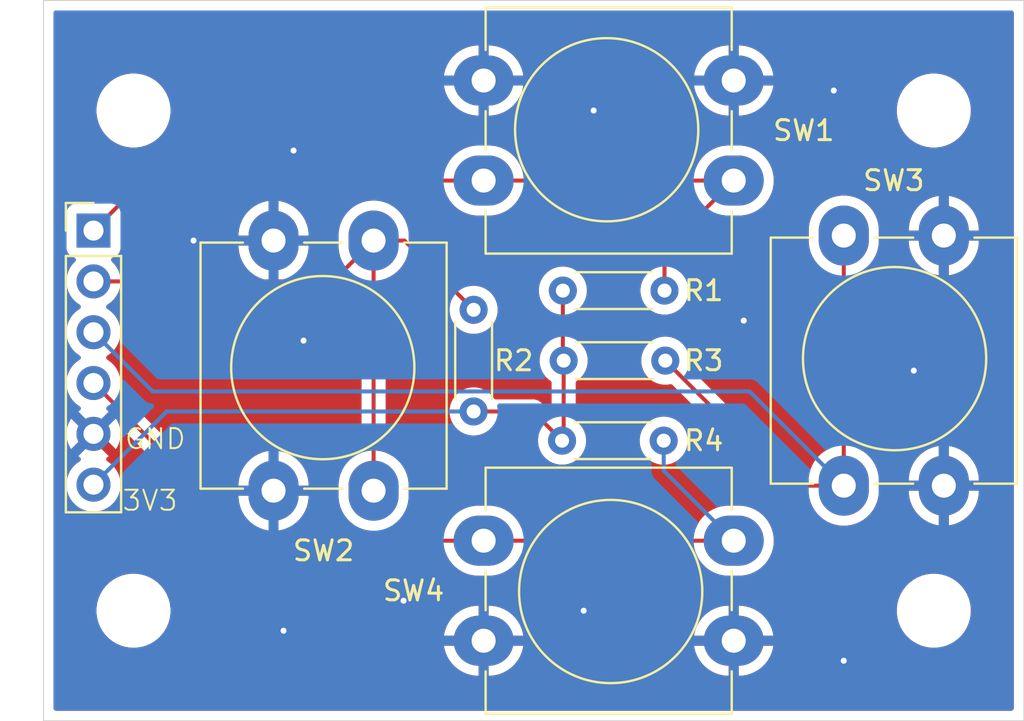
<source format=kicad_pcb>
(kicad_pcb (version 20241229) (generator "pcbnew") (generator_version "9.0")
  (layers (0 "F.Cu" signal) (2 "B.Cu" signal) (13 "F.Paste" user) (15 "B.Paste" user) (5 "F.SilkS" user "F.Silkscreen") (7 "B.SilkS" user "B.Silkscreen") (1 "F.Mask" user) (3 "B.Mask" user) (25 "Edge.Cuts" user))
  (net 0 "")
  (net 1 "IO3")
  (net 2 "IO4")
  (net 3 "IO2")
  (net 4 "IO1")
  (net 5 "/GND")
  (net 6 "/VCC")
  (footprint "Resistor_THT:R_Axial_DIN0204_L3.6mm_D1.6mm_P5.08mm_Horizontal" (layer "F.Cu") (at 114.46 101.5)
    (property "Reference" "R1" (at 7.04 0 0) (layer "F.SilkS"))
    (property "Value" "10K")
    (fp_line (start 0.62 -0.92) (end 4.46 -0.92) (stroke (width 0.12)) (layer "F.SilkS"))
    (fp_line (start 0.62 0.92) (end 4.46 0.92) (stroke (width 0.12)) (layer "F.SilkS"))
    (pad "1" thru_hole circle (at 0 0) (size 1.4 1.4) (drill 0.7) (layers "*.Cu" "*.Mask") (net 6 "/VCC"))
    (pad "2" thru_hole circle (at 5.08 0) (size 1.4 1.4) (drill 0.7) (layers "*.Cu" "*.Mask") (net 4 "IO1"))
  )
  (footprint "Connector_PinHeader_2.54mm:PinHeader_1x06_P2.54mm_Vertical" (layer "F.Cu") (at 91 98.5)
    (property "Reference" "PMOD1" (hide yes))
    (property "Value" "Conn_01x06")
    (fp_line (start -1.38 -1.38) (end 0 -1.38) (stroke (width 0.12)) (layer "F.SilkS"))
    (fp_line (start -1.38 0) (end -1.38 -1.38) (stroke (width 0.12)) (layer "F.SilkS"))
    (fp_line (start -1.38 1.27) (end -1.38 14.08) (stroke (width 0.12)) (layer "F.SilkS"))
    (fp_line (start -1.38 1.27) (end 1.38 1.27) (stroke (width 0.12)) (layer "F.SilkS"))
    (fp_line (start -1.38 14.08) (end 1.38 14.08) (stroke (width 0.12)) (layer "F.SilkS"))
    (fp_line (start 1.38 1.27) (end 1.38 14.08) (stroke (width 0.12)) (layer "F.SilkS"))
    (pad "1" thru_hole rect (at 0 0) (size 1.7 1.7) (drill 1) (layers "*.Cu" "*.Mask") (net 4 "IO1"))
    (pad "2" thru_hole circle (at 0 2.54) (size 1.7 1.7) (drill 1) (layers "*.Cu" "*.Mask") (net 3 "IO2"))
    (pad "3" thru_hole circle (at 0 5.08) (size 1.7 1.7) (drill 1) (layers "*.Cu" "*.Mask") (net 1 "IO3"))
    (pad "4" thru_hole circle (at 0 7.62) (size 1.7 1.7) (drill 1) (layers "*.Cu" "*.Mask") (net 2 "IO4"))
    (pad "5" thru_hole circle (at 0 10.16) (size 1.7 1.7) (drill 1) (layers "*.Cu" "*.Mask") (net 5 "/GND"))
    (pad "6" thru_hole circle (at 0 12.7) (size 1.7 1.7) (drill 1) (layers "*.Cu" "*.Mask") (net 6 "/VCC"))
  )
  (footprint "Button_Switch_THT:SW_PUSH-12mm_Wuerth-430476085716" (layer "F.Cu") (at 123 96 180)
    (property "Reference" "SW1" (at -3.5 2.5 0) (layer "F.SilkS"))
    (property "Value" "SW_Push" (hide yes))
    (fp_line (start 12.4 8.65) (end 0.1 8.65) (stroke (width 0.12)) (layer "F.SilkS"))
    (fp_line (start 12.4 6.53) (end 12.4 8.65) (stroke (width 0.12)) (layer "F.SilkS"))
    (fp_line (start 12.4 1.53) (end 12.4 3.47) (stroke (width 0.12)) (layer "F.SilkS"))
    (fp_line (start 12.4 -3.65) (end 12.4 -1.53) (stroke (width 0.12)) (layer "F.SilkS"))
    (fp_line (start 0.1 8.65) (end 0.1 6.53) (stroke (width 0.12)) (layer "F.SilkS"))
    (fp_line (start 0.1 3.47) (end 0.1 1.53) (stroke (width 0.12)) (layer "F.SilkS"))
    (fp_line (start 0.1 -1.53) (end 0.1 -3.65) (stroke (width 0.12)) (layer "F.SilkS"))
    (fp_line (start 0.1 -3.65) (end 12.4 -3.65) (stroke (width 0.12)) (layer "F.SilkS"))
    (fp_circle (center 6.35 2.54) (end 10.92905 2.54) (stroke (width 0.12)) (fill no) (layer "F.SilkS"))
    (pad "1" thru_hole oval (at 0 0 180) (size 3 2.5) (drill 1.2) (layers "*.Cu" "*.Mask") (net 4 "IO1"))
    (pad "1" thru_hole oval (at 12.5 0 180) (size 3 2.5) (drill 1.2) (layers "*.Cu" "*.Mask") (net 4 "IO1"))
    (pad "2" thru_hole oval (at 0 5 180) (size 3 2.5) (drill 1.2) (layers "*.Cu" "*.Mask") (net 5 "/GND"))
    (pad "2" thru_hole oval (at 12.5 5 180) (size 3 2.5) (drill 1.2) (layers "*.Cu" "*.Mask") (net 5 "/GND"))
  )
  (footprint "Resistor_THT:R_Axial_DIN0204_L3.6mm_D1.6mm_P5.08mm_Horizontal" (layer "F.Cu") (at 114.42 109)
    (property "Reference" "R4" (at 7.08 0 0) (layer "F.SilkS"))
    (property "Value" "10K")
    (fp_line (start 0.62 -0.92) (end 4.46 -0.92) (stroke (width 0.12)) (layer "F.SilkS"))
    (fp_line (start 0.62 0.92) (end 4.46 0.92) (stroke (width 0.12)) (layer "F.SilkS"))
    (pad "1" thru_hole circle (at 0 0) (size 1.4 1.4) (drill 0.7) (layers "*.Cu" "*.Mask") (net 6 "/VCC"))
    (pad "2" thru_hole circle (at 5.08 0) (size 1.4 1.4) (drill 0.7) (layers "*.Cu" "*.Mask") (net 2 "IO4"))
  )
  (footprint "Button_Switch_THT:SW_PUSH-12mm_Wuerth-430476085716" (layer "F.Cu") (at 128.5 111.25 90)
    (property "Reference" "SW3" (at 15.25 2.5 180) (layer "F.SilkS"))
    (property "Value" "SW_Push" (hide yes))
    (fp_line (start 12.4 -3.65) (end 12.4 -1.53) (stroke (width 0.12)) (layer "F.SilkS"))
    (fp_line (start 0.1 -3.65) (end 12.4 -3.65) (stroke (width 0.12)) (layer "F.SilkS"))
    (fp_line (start 0.1 -1.53) (end 0.1 -3.65) (stroke (width 0.12)) (layer "F.SilkS"))
    (fp_line (start 12.4 1.53) (end 12.4 3.47) (stroke (width 0.12)) (layer "F.SilkS"))
    (fp_line (start 0.1 3.47) (end 0.1 1.53) (stroke (width 0.12)) (layer "F.SilkS"))
    (fp_line (start 12.4 6.53) (end 12.4 8.65) (stroke (width 0.12)) (layer "F.SilkS"))
    (fp_line (start 12.4 8.65) (end 0.1 8.65) (stroke (width 0.12)) (layer "F.SilkS"))
    (fp_line (start 0.1 8.65) (end 0.1 6.53) (stroke (width 0.12)) (layer "F.SilkS"))
    (fp_circle (center 6.35 2.54) (end 10.92905 2.54) (stroke (width 0.12)) (fill no) (layer "F.SilkS"))
    (pad "1" thru_hole oval (at 0 0 90) (size 3 2.5) (drill 1.2) (layers "*.Cu" "*.Mask") (net 1 "IO3"))
    (pad "1" thru_hole oval (at 12.5 0 90) (size 3 2.5) (drill 1.2) (layers "*.Cu" "*.Mask") (net 1 "IO3"))
    (pad "2" thru_hole oval (at 0 5 90) (size 3 2.5) (drill 1.2) (layers "*.Cu" "*.Mask") (net 5 "/GND"))
    (pad "2" thru_hole oval (at 12.5 5 90) (size 3 2.5) (drill 1.2) (layers "*.Cu" "*.Mask") (net 5 "/GND"))
  )
  (footprint "Resistor_THT:R_Axial_DIN0204_L3.6mm_D1.6mm_P5.08mm_Horizontal" (layer "F.Cu") (at 110 107.54 90)
    (property "Reference" "R2" (at 2.54 2 180) (layer "F.SilkS"))
    (property "Value" "10K")
    (fp_line (start 0.62 -0.92) (end 4.46 -0.92) (stroke (width 0.12)) (layer "F.SilkS"))
    (fp_line (start 0.62 0.92) (end 4.46 0.92) (stroke (width 0.12)) (layer "F.SilkS"))
    (pad "1" thru_hole circle (at 0 0 90) (size 1.4 1.4) (drill 0.7) (layers "*.Cu" "*.Mask") (net 6 "/VCC"))
    (pad "2" thru_hole circle (at 5.08 0 90) (size 1.4 1.4) (drill 0.7) (layers "*.Cu" "*.Mask") (net 3 "IO2"))
  )
  (footprint "MountingHole:MountingHole_3.2mm_M3" (layer "F.Cu") (at 133 117.5)
    (property "Reference" "H2" (hide yes))
    (property "Value" "MountingHole" (hide yes))
    (pad "" np_thru_hole circle (at 0 0) (size 3.2 3.2) (drill 3.2) (layers "*.Cu" "*.Mask"))
  )
  (footprint "MountingHole:MountingHole_3.2mm_M3" (layer "F.Cu") (at 93 92.5)
    (property "Reference" "H3" (hide yes))
    (property "Value" "MountingHole" (hide yes))
    (pad "" np_thru_hole circle (at 0 0) (size 3.2 3.2) (drill 3.2) (layers "*.Cu" "*.Mask"))
  )
  (footprint "MountingHole:MountingHole_3.2mm_M3" (layer "F.Cu") (at 133 92.5)
    (property "Reference" "H1" (hide yes))
    (property "Value" "MountingHole" (hide yes))
    (pad "" np_thru_hole circle (at 0 0) (size 3.2 3.2) (drill 3.2) (layers "*.Cu" "*.Mask"))
  )
  (footprint "MountingHole:MountingHole_3.2mm_M3" (layer "F.Cu") (at 93 117.5)
    (property "Reference" "H4" (hide yes))
    (property "Value" "MountingHole" (hide yes))
    (pad "" np_thru_hole circle (at 0 0) (size 3.2 3.2) (drill 3.2) (layers "*.Cu" "*.Mask"))
  )
  (footprint "Resistor_THT:R_Axial_DIN0204_L3.6mm_D1.6mm_P5.08mm_Horizontal" (layer "F.Cu") (at 114.5 105)
    (property "Reference" "R3" (at 7 0 0) (layer "F.SilkS"))
    (property "Value" "10K")
    (fp_line (start 0.62 -0.92) (end 4.46 -0.92) (stroke (width 0.12)) (layer "F.SilkS"))
    (fp_line (start 0.62 0.92) (end 4.46 0.92) (stroke (width 0.12)) (layer "F.SilkS"))
    (pad "1" thru_hole circle (at 0 0) (size 1.4 1.4) (drill 0.7) (layers "*.Cu" "*.Mask") (net 6 "/VCC"))
    (pad "2" thru_hole circle (at 5.08 0) (size 1.4 1.4) (drill 0.7) (layers "*.Cu" "*.Mask") (net 1 "IO3"))
  )
  (footprint "Button_Switch_THT:SW_PUSH-12mm_Wuerth-430476085716" (layer "F.Cu") (at 110.5 114)
    (property "Reference" "SW4" (at -3.5 2.5 0) (layer "F.SilkS"))
    (property "Value" "SW_Push" (hide yes))
    (fp_line (start 0.1 -3.65) (end 12.4 -3.65) (stroke (width 0.12)) (layer "F.SilkS"))
    (fp_line (start 0.1 -1.53) (end 0.1 -3.65) (stroke (width 0.12)) (layer "F.SilkS"))
    (fp_line (start 0.1 3.47) (end 0.1 1.53) (stroke (width 0.12)) (layer "F.SilkS"))
    (fp_line (start 0.1 8.65) (end 0.1 6.53) (stroke (width 0.12)) (layer "F.SilkS"))
    (fp_line (start 12.4 -3.65) (end 12.4 -1.53) (stroke (width 0.12)) (layer "F.SilkS"))
    (fp_line (start 12.4 1.53) (end 12.4 3.47) (stroke (width 0.12)) (layer "F.SilkS"))
    (fp_line (start 12.4 6.53) (end 12.4 8.65) (stroke (width 0.12)) (layer "F.SilkS"))
    (fp_line (start 12.4 8.65) (end 0.1 8.65) (stroke (width 0.12)) (layer "F.SilkS"))
    (fp_circle (center 6.35 2.54) (end 10.92905 2.54) (stroke (width 0.12)) (fill no) (layer "F.SilkS"))
    (pad "1" thru_hole oval (at 0 0) (size 3 2.5) (drill 1.2) (layers "*.Cu" "*.Mask") (net 2 "IO4"))
    (pad "1" thru_hole oval (at 12.5 0) (size 3 2.5) (drill 1.2) (layers "*.Cu" "*.Mask") (net 2 "IO4"))
    (pad "2" thru_hole oval (at 0 5) (size 3 2.5) (drill 1.2) (layers "*.Cu" "*.Mask") (net 5 "/GND"))
    (pad "2" thru_hole oval (at 12.5 5) (size 3 2.5) (drill 1.2) (layers "*.Cu" "*.Mask") (net 5 "/GND"))
  )
  (footprint "Button_Switch_THT:SW_PUSH-12mm_Wuerth-430476085716" (layer "F.Cu") (at 105 99 -90)
    (property "Reference" "SW2" (at 15.5 2.5 180) (layer "F.SilkS"))
    (property "Value" "SW_Push" (hide yes))
    (fp_line (start 0.1 8.65) (end 0.1 6.53) (stroke (width 0.12)) (layer "F.SilkS"))
    (fp_line (start 12.4 8.65) (end 0.1 8.65) (stroke (width 0.12)) (layer "F.SilkS"))
    (fp_line (start 12.4 6.53) (end 12.4 8.65) (stroke (width 0.12)) (layer "F.SilkS"))
    (fp_line (start 0.1 3.47) (end 0.1 1.53) (stroke (width 0.12)) (layer "F.SilkS"))
    (fp_line (start 12.4 1.53) (end 12.4 3.47) (stroke (width 0.12)) (layer "F.SilkS"))
    (fp_line (start 0.1 -1.53) (end 0.1 -3.65) (stroke (width 0.12)) (layer "F.SilkS"))
    (fp_line (start 0.1 -3.65) (end 12.4 -3.65) (stroke (width 0.12)) (layer "F.SilkS"))
    (fp_line (start 12.4 -3.65) (end 12.4 -1.53) (stroke (width 0.12)) (layer "F.SilkS"))
    (fp_circle (center 6.35 2.54) (end 10.92905 2.54) (stroke (width 0.12)) (fill no) (layer "F.SilkS"))
    (pad "1" thru_hole oval (at 0 0 270) (size 3 2.5) (drill 1.2) (layers "*.Cu" "*.Mask") (net 3 "IO2"))
    (pad "1" thru_hole oval (at 12.5 0 270) (size 3 2.5) (drill 1.2) (layers "*.Cu" "*.Mask") (net 3 "IO2"))
    (pad "2" thru_hole oval (at 0 5 270) (size 3 2.5) (drill 1.2) (layers "*.Cu" "*.Mask") (net 5 "/GND"))
    (pad "2" thru_hole oval (at 12.5 5 270) (size 3 2.5) (drill 1.2) (layers "*.Cu" "*.Mask") (net 5 "/GND"))
  )
  (gr_rect (start 88.5 87) (end 137.5 123) (stroke (width 0.05)) (fill no) (layer "Edge.Cuts"))
  (gr_text "3V3" (at 92.38 112.58 0) (layer "F.SilkS") (effects (font (size 1 1) (thickness 0.1)) (justify left bottom)))
  (gr_text "GND" (at 92.5 109.5 0) (layer "F.SilkS") (effects (font (size 1 1) (thickness 0.1)) (justify left bottom)))
  (segment (start 119.58 105) (end 125.83 111.25) (width 0.2) (layer "F.Cu") (net 1))
  (segment (start 125.83 111.25) (end 128.5 111.25) (width 0.2) (layer "F.Cu") (net 1))
  (segment (start 128.5 111.25) (end 128.5 98.75) (width 0.2) (layer "F.Cu") (net 1))
  (segment (start 128.5 111.25) (end 123.789 106.539) (width 0.2) (layer "B.Cu") (net 1))
  (segment (start 123.789 106.539) (end 93.959 106.539) (width 0.2) (layer "B.Cu") (net 1))
  (segment (start 93.959 106.539) (end 91 103.58) (width 0.2) (layer "B.Cu") (net 1))
  (segment (start 98.88 114) (end 91 106.12) (width 0.2) (layer "F.Cu") (net 2))
  (segment (start 110.5 114) (end 123 114) (width 0.2) (layer "F.Cu") (net 2))
  (segment (start 110.5 114) (end 98.88 114) (width 0.2) (layer "F.Cu") (net 2))
  (segment (start 119.5 109) (end 119.5 110.5) (width 0.2) (layer "B.Cu") (net 2))
  (segment (start 119.5 110.5) (end 123 114) (width 0.2) (layer "B.Cu") (net 2))
  (segment (start 106.54 99) (end 110 102.46) (width 0.2) (layer "F.Cu") (net 3))
  (segment (start 105 99) (end 102.96 101.04) (width 0.2) (layer "F.Cu") (net 3))
  (segment (start 105 99) (end 106.54 99) (width 0.2) (layer "F.Cu") (net 3))
  (segment (start 105 99) (end 105 111.5) (width 0.2) (layer "F.Cu") (net 3))
  (segment (start 102.96 101.04) (end 91 101.04) (width 0.2) (layer "F.Cu") (net 3))
  (segment (start 91 98.5) (end 93.5 96) (width 0.2) (layer "F.Cu") (net 4))
  (segment (start 93.5 96) (end 110.5 96) (width 0.2) (layer "F.Cu") (net 4))
  (segment (start 119.54 101.5) (end 119.54 99.46) (width 0.2) (layer "F.Cu") (net 4))
  (segment (start 123 96) (end 110.5 96) (width 0.2) (layer "F.Cu") (net 4))
  (segment (start 119.54 99.46) (end 123 96) (width 0.2) (layer "F.Cu") (net 4))
  (via (at 101 94.5) (size 0.6) (drill 0.3) (layers "F.Cu" "B.Cu") (net 5))
  (via (at 96 99) (size 0.6) (drill 0.3) (layers "F.Cu" "B.Cu") (net 5))
  (via (at 128.5 120) (size 0.6) (drill 0.3) (layers "F.Cu" "B.Cu") (net 5))
  (via (at 128 91.5) (size 0.6) (drill 0.3) (layers "F.Cu" "B.Cu") (net 5))
  (via (at 116 92.5) (size 0.6) (drill 0.3) (layers "F.Cu" "B.Cu") (net 5))
  (via (at 132 105.5) (size 0.6) (drill 0.3) (layers "F.Cu" "B.Cu") (net 5))
  (via (at 101.5 104) (size 0.6) (drill 0.3) (layers "F.Cu" "B.Cu") (net 5))
  (via (at 123.5 103) (size 0.6) (drill 0.3) (layers "F.Cu" "B.Cu") (net 5))
  (via (at 106.5 117) (size 0.6) (drill 0.3) (layers "F.Cu" "B.Cu") (net 5))
  (via (at 115.5 117.5) (size 0.6) (drill 0.3) (layers "F.Cu" "B.Cu") (net 5))
  (via (at 100.5 118.5) (size 0.6) (drill 0.3) (layers "F.Cu" "B.Cu") (net 5))
  (segment (start 114.5 104.5) (end 114.46 104.46) (width 0.2) (layer "F.Cu") (net 6))
  (segment (start 114.5 105) (end 114.5 108.92) (width 0.2) (layer "F.Cu") (net 6))
  (segment (start 114.5 108.92) (end 114.42 109) (width 0.2) (layer "F.Cu") (net 6))
  (segment (start 114.5 105) (end 114.5 104.5) (width 0.2) (layer "F.Cu") (net 6))
  (segment (start 112.96 107.54) (end 110 107.54) (width 0.2) (layer "F.Cu") (net 6))
  (segment (start 114.42 109) (end 112.96 107.54) (width 0.2) (layer "F.Cu") (net 6))
  (segment (start 114.46 104.46) (end 114.46 101.5) (width 0.2) (layer "F.Cu") (net 6))
  (segment (start 94.66 107.54) (end 110 107.54) (width 0.2) (layer "B.Cu") (net 6))
  (segment (start 91 111.2) (end 94.66 107.54) (width 0.2) (layer "B.Cu") (net 6))
  (zone (net 5) (net_name "/GND") (layers "F.Cu" "B.Cu") (connect_pads (clearance 0.5)) (min_thickness 0.25) (fill yes (thermal_gap 0.5) (thermal_bridge_width 0.5))
    (polygon (pts (xy 88.5 87) (xy 137.5 87) (xy 137.5 123) (xy 88.5 123)))
  )
)
</source>
